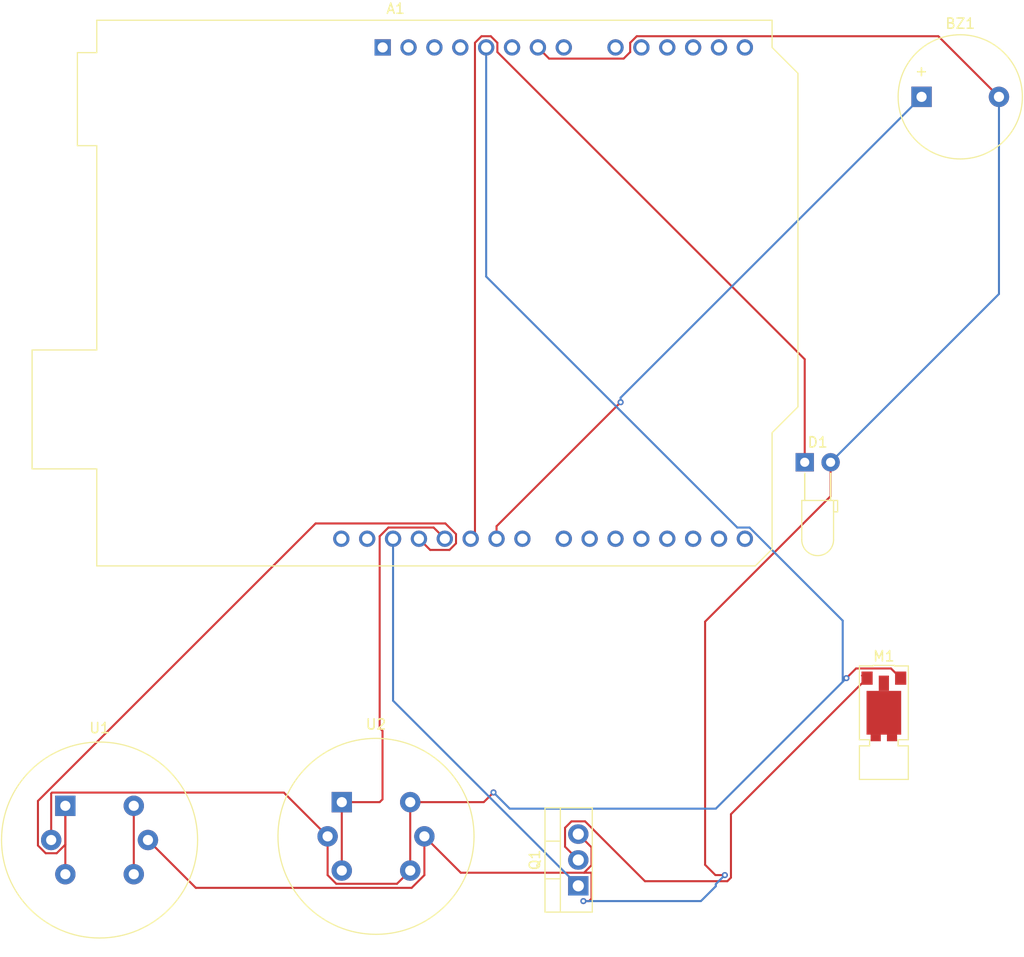
<source format=kicad_pcb>
(kicad_pcb (version 20240108) (generator "pcbnew") (generator_version "8.0")
  (layers (0 "F.Cu" signal) (31 "B.Cu" signal) (34 "B.Paste" user) (35 "F.Paste" user) (36 "B.SilkS" user "B.Silkscreen") (37 "F.SilkS" user "F.Silkscreen") (38 "B.Mask" user) (39 "F.Mask" user) (44 "Edge.Cuts" user))
  (net 0 "")
  (net 6 "Net-(A1-A1)")
  (net 9 "Net-(A1-+5V)")
  (net 11 "Net-(BZ1--)")
  (net 13 "Net-(A1-D11)")
  (net 20 "Net-(A1-D12)")
  (net 22 "Net-(A1-D10)")
  (net 26 "Net-(A1-D9)")
  (net 28 "Net-(A1-D13)")
  (net 31 "Net-(M1-+)")
  (net 32 "Net-(U1-A1)")
  (footprint "Motors:Vybronics_VZ30C1T8219732L" (layer "F.Cu") (at 166 102.95)
    (property "Reference" "M1" (at 0 -6.5 0) (layer "F.SilkS"))
    (property "Value" "Motor_DC")
    (fp_line (start -2.4 -5.55) (end -1.05 -5.55) (stroke (width 0.12)) (layer "F.SilkS"))
    (fp_line (start -2.4 -5.2) (end -2.4 -5.55) (stroke (width 0.12)) (layer "F.SilkS"))
    (fp_line (start -2.4 1.7) (end -2.4 -5.2) (stroke (width 0.12)) (layer "F.SilkS"))
    (fp_line (start -2.4 2.3) (end -1.4 2.3) (stroke (width 0.12)) (layer "F.SilkS"))
    (fp_line (start -2.4 5.6) (end -2.4 2.3) (stroke (width 0.12)) (layer "F.SilkS"))
    (fp_line (start -1.4 1.7) (end -2.4 1.7) (stroke (width 0.12)) (layer "F.SilkS"))
    (fp_line (start -1.4 2.3) (end -1.4 1.7) (stroke (width 0.12)) (layer "F.SilkS"))
    (fp_line (start -1.05 -5.6) (end 1.05 -5.6) (stroke (width 0.12)) (layer "F.SilkS"))
    (fp_line (start -1.05 -5.55) (end -1.05 -5.6) (stroke (width 0.12)) (layer "F.SilkS"))
    (fp_line (start 1.05 -5.6) (end 1.05 -5.55) (stroke (width 0.12)) (layer "F.SilkS"))
    (fp_line (start 1.05 -5.55) (end 2.4 -5.55) (stroke (width 0.12)) (layer "F.SilkS"))
    (fp_line (start 1.4 1.7) (end 1.4 2.3) (stroke (width 0.12)) (layer "F.SilkS"))
    (fp_line (start 1.4 2.3) (end 2.4 2.3) (stroke (width 0.12)) (layer "F.SilkS"))
    (fp_line (start 2.4 -5.55) (end 2.4 -5.2) (stroke (width 0.12)) (layer "F.SilkS"))
    (fp_line (start 2.4 -5.2) (end 2.4 1.7) (stroke (width 0.12)) (layer "F.SilkS"))
    (fp_line (start 2.4 1.7) (end 1.4 1.7) (stroke (width 0.12)) (layer "F.SilkS"))
    (fp_line (start 2.4 2.3) (end 2.4 5.6) (stroke (width 0.12)) (layer "F.SilkS"))
    (fp_line (start 2.4 5.6) (end -2.4 5.6) (stroke (width 0.12)) (layer "F.SilkS"))
    (pad "1" smd rect (at -1.65 -4.35 270) (size 1.3 1.1) (layers "F.Cu" "F.Paste" "F.Mask") (net 31 "Net-(M1-+)"))
    (pad "2" smd rect (at 1.65 -4.35 270) (size 1.3 1.1) (layers "F.Cu" "F.Paste" "F.Mask") (net 9 "Net-(A1-+5V)"))
    (pad "SH" smd rect (at -0.8 1.525) (size 1 0.65) (layers "F.Cu" "F.Paste" "F.Mask"))
    (pad "SH" smd rect (at 0 -3.85 270) (size 1.5 1) (layers "F.Cu" "F.Paste" "F.Mask"))
    (pad "SH" smd rect (at 0 -0.95 270) (size 4.3 3.4) (layers "F.Cu" "F.Mask"))
    (pad "SH" smd rect (at 0.8 1.525) (size 1 0.65) (layers "F.Cu" "F.Paste" "F.Mask"))
  )
  (footprint "Module:Arduino_UNO_R2" (layer "F.Cu") (at 116.795 36.645)
    (property "Reference" "A1" (at 1.27 -3.81 180) (layer "F.SilkS"))
    (property "Value" "Arduino_UNO_R2")
    (fp_line (start -34.42 29.72) (end -34.42 41.4) (stroke (width 0.12)) (layer "F.SilkS"))
    (fp_line (start -34.42 41.4) (end -28.07 41.4) (stroke (width 0.12)) (layer "F.SilkS"))
    (fp_line (start -29.97 0.51) (end -29.97 9.65) (stroke (width 0.12)) (layer "F.SilkS"))
    (fp_line (start -29.97 9.65) (end -28.07 9.65) (stroke (width 0.12)) (layer "F.SilkS"))
    (fp_line (start -28.07 -2.67) (end -28.07 0.51) (stroke (width 0.12)) (layer "F.SilkS"))
    (fp_line (start -28.07 0.51) (end -29.97 0.51) (stroke (width 0.12)) (layer "F.SilkS"))
    (fp_line (start -28.07 9.65) (end -28.07 29.72) (stroke (width 0.12)) (layer "F.SilkS"))
    (fp_line (start -28.07 29.72) (end -34.42 29.72) (stroke (width 0.12)) (layer "F.SilkS"))
    (fp_line (start -28.07 41.4) (end -28.07 50.93) (stroke (width 0.12)) (layer "F.SilkS"))
    (fp_line (start -28.07 50.93) (end 36.58 50.93) (stroke (width 0.12)) (layer "F.SilkS"))
    (fp_line (start 36.58 50.93) (end 38.23 49.28) (stroke (width 0.12)) (layer "F.SilkS"))
    (fp_line (start 38.23 -2.67) (end -28.07 -2.67) (stroke (width 0.12)) (layer "F.SilkS"))
    (fp_line (start 38.23 0) (end 38.23 -2.67) (stroke (width 0.12)) (layer "F.SilkS"))
    (fp_line (start 38.23 37.85) (end 40.77 35.31) (stroke (width 0.12)) (layer "F.SilkS"))
    (fp_line (start 38.23 49.28) (end 38.23 37.85) (stroke (width 0.12)) (layer "F.SilkS"))
    (fp_line (start 40.77 2.54) (end 38.23 0) (stroke (width 0.12)) (layer "F.SilkS"))
    (fp_line (start 40.77 35.31) (end 40.77 2.54) (stroke (width 0.12)) (layer "F.SilkS"))
    (pad "1" thru_hole rect (at 0 0 90) (size 1.6 1.6) (drill 1) (layers "*.Cu" "*.Mask"))
    (pad "2" thru_hole oval (at 2.54 0 90) (size 1.6 1.6) (drill 1) (layers "*.Cu" "*.Mask"))
    (pad "3" thru_hole oval (at 5.08 0 90) (size 1.6 1.6) (drill 1) (layers "*.Cu" "*.Mask"))
    (pad "4" thru_hole oval (at 7.62 0 90) (size 1.6 1.6) (drill 1) (layers "*.Cu" "*.Mask"))
    (pad "5" thru_hole oval (at 10.16 0 90) (size 1.6 1.6) (drill 1) (layers "*.Cu" "*.Mask") (net 9 "Net-(A1-+5V)"))
    (pad "6" thru_hole oval (at 12.7 0 90) (size 1.6 1.6) (drill 1) (layers "*.Cu" "*.Mask"))
    (pad "7" thru_hole oval (at 15.24 0 90) (size 1.6 1.6) (drill 1) (layers "*.Cu" "*.Mask") (net 11 "Net-(BZ1--)"))
    (pad "8" thru_hole oval (at 17.78 0 90) (size 1.6 1.6) (drill 1) (layers "*.Cu" "*.Mask"))
    (pad "9" thru_hole oval (at 22.86 0 90) (size 1.6 1.6) (drill 1) (layers "*.Cu" "*.Mask"))
    (pad "10" thru_hole oval (at 25.4 0 90) (size 1.6 1.6) (drill 1) (layers "*.Cu" "*.Mask") (net 6 "Net-(A1-A1)"))
    (pad "11" thru_hole oval (at 27.94 0 90) (size 1.6 1.6) (drill 1) (layers "*.Cu" "*.Mask"))
    (pad "12" thru_hole oval (at 30.48 0 90) (size 1.6 1.6) (drill 1) (layers "*.Cu" "*.Mask"))
    (pad "13" thru_hole oval (at 33.02 0 90) (size 1.6 1.6) (drill 1) (layers "*.Cu" "*.Mask"))
    (pad "14" thru_hole oval (at 35.56 0 90) (size 1.6 1.6) (drill 1) (layers "*.Cu" "*.Mask"))
    (pad "15" thru_hole oval (at 35.56 48.26 90) (size 1.6 1.6) (drill 1) (layers "*.Cu" "*.Mask"))
    (pad "16" thru_hole oval (at 33.02 48.26 90) (size 1.6 1.6) (drill 1) (layers "*.Cu" "*.Mask"))
    (pad "17" thru_hole oval (at 30.48 48.26 90) (size 1.6 1.6) (drill 1) (layers "*.Cu" "*.Mask"))
    (pad "18" thru_hole oval (at 27.94 48.26 90) (size 1.6 1.6) (drill 1) (layers "*.Cu" "*.Mask"))
    (pad "19" thru_hole oval (at 25.4 48.26 90) (size 1.6 1.6) (drill 1) (layers "*.Cu" "*.Mask"))
    (pad "20" thru_hole oval (at 22.86 48.26 90) (size 1.6 1.6) (drill 1) (layers "*.Cu" "*.Mask"))
    (pad "21" thru_hole oval (at 20.32 48.26 90) (size 1.6 1.6) (drill 1) (layers "*.Cu" "*.Mask"))
    (pad "22" thru_hole oval (at 17.78 48.26 90) (size 1.6 1.6) (drill 1) (layers "*.Cu" "*.Mask"))
    (pad "23" thru_hole oval (at 13.72 48.26 90) (size 1.6 1.6) (drill 1) (layers "*.Cu" "*.Mask"))
    (pad "24" thru_hole oval (at 11.18 48.26 90) (size 1.6 1.6) (drill 1) (layers "*.Cu" "*.Mask") (net 26 "Net-(A1-D9)"))
    (pad "25" thru_hole oval (at 8.64 48.26 90) (size 1.6 1.6) (drill 1) (layers "*.Cu" "*.Mask") (net 22 "Net-(A1-D10)"))
    (pad "26" thru_hole oval (at 6.1 48.26 90) (size 1.6 1.6) (drill 1) (layers "*.Cu" "*.Mask") (net 13 "Net-(A1-D11)"))
    (pad "27" thru_hole oval (at 3.56 48.26 90) (size 1.6 1.6) (drill 1) (layers "*.Cu" "*.Mask") (net 20 "Net-(A1-D12)"))
    (pad "28" thru_hole oval (at 1.02 48.26 90) (size 1.6 1.6) (drill 1) (layers "*.Cu" "*.Mask") (net 28 "Net-(A1-D13)"))
    (pad "29" thru_hole oval (at -1.52 48.26 90) (size 1.6 1.6) (drill 1) (layers "*.Cu" "*.Mask"))
    (pad "30" thru_hole oval (at -4.06 48.26 90) (size 1.6 1.6) (drill 1) (layers "*.Cu" "*.Mask"))
  )
  (footprint "Buzzer_Beeper:Buzzer_12x9.5RM7.6" (layer "F.Cu") (at 169.7 41.5)
    (property "Reference" "BZ1" (at 3.8 -7.2 0) (layer "F.SilkS"))
    (property "Value" "Buzzer")
    (fp_circle (center 3.8 0) (end 9.9 0) (stroke (width 0.12)) (fill none) (layer "F.SilkS"))
    (fp_text user "+" (at -0.01 -2.54 0) (layer "F.SilkS"))
    (pad "1" thru_hole rect (at 0 0) (size 2 2) (drill 1) (layers "*.Cu" "*.Mask") (net 26 "Net-(A1-D9)"))
    (pad "2" thru_hole circle (at 7.6 0) (size 2 2) (drill 1) (layers "*.Cu" "*.Mask") (net 11 "Net-(BZ1--)"))
  )
  (footprint "Sensor:MQ-6" (layer "F.Cu") (at 85.64 111.14)
    (property "Reference" "U1" (at 3.36 -7.64 0) (layer "F.SilkS"))
    (property "Value" "MQ-6")
    (fp_circle (center 3.36 3.36) (end 12.985 3.36) (stroke (width 0.12)) (fill none) (layer "F.SilkS"))
    (pad "1" thru_hole rect (at 0 0) (size 2 2) (drill 1) (layers "*.Cu" "*.Mask") (net 20 "Net-(A1-D12)"))
    (pad "2" thru_hole circle (at -1.39 3.36) (size 2 2) (drill 1) (layers "*.Cu" "*.Mask") (net 9 "Net-(A1-+5V)"))
    (pad "3" thru_hole circle (at 0 6.72 90) (size 2 2) (drill 1) (layers "*.Cu" "*.Mask") (net 20 "Net-(A1-D12)"))
    (pad "4" thru_hole circle (at 6.72 6.72 180) (size 2 2) (drill 1) (layers "*.Cu" "*.Mask") (net 32 "Net-(U1-A1)"))
    (pad "5" thru_hole circle (at 8.11 3.36) (size 2 2) (drill 1) (layers "*.Cu" "*.Mask") (net 11 "Net-(BZ1--)"))
    (pad "6" thru_hole circle (at 6.72 0 270) (size 2 2) (drill 1) (layers "*.Cu" "*.Mask") (net 32 "Net-(U1-A1)"))
  )
  (footprint "Sensor:MQ-6" (layer "F.Cu") (at 112.78 110.78)
    (property "Reference" "U2" (at 3.36 -7.64 0) (layer "F.SilkS"))
    (property "Value" "MQ-6")
    (fp_circle (center 3.36 3.36) (end 12.985 3.36) (stroke (width 0.12)) (fill none) (layer "F.SilkS"))
    (pad "1" thru_hole rect (at 0 0) (size 2 2) (drill 1) (layers "*.Cu" "*.Mask") (net 13 "Net-(A1-D11)"))
    (pad "2" thru_hole circle (at -1.39 3.36) (size 2 2) (drill 1) (layers "*.Cu" "*.Mask") (net 9 "Net-(A1-+5V)"))
    (pad "3" thru_hole circle (at 0 6.72 90) (size 2 2) (drill 1) (layers "*.Cu" "*.Mask") (net 13 "Net-(A1-D11)"))
    (pad "4" thru_hole circle (at 6.72 6.72 180) (size 2 2) (drill 1) (layers "*.Cu" "*.Mask") (net 9 "Net-(A1-+5V)"))
    (pad "5" thru_hole circle (at 8.11 3.36) (size 2 2) (drill 1) (layers "*.Cu" "*.Mask") (net 11 "Net-(BZ1--)"))
    (pad "6" thru_hole circle (at 6.72 0 270) (size 2 2) (drill 1) (layers "*.Cu" "*.Mask") (net 9 "Net-(A1-+5V)"))
  )
  (footprint "Package_TO_SOT_THT:TO-220-3_Vertical" (layer "F.Cu") (at 136 119 90)
    (property "Reference" "Q1" (at 2.54 -4.27 90) (layer "F.SilkS"))
    (property "Value" "IRLZ34N")
    (fp_line (start 7.66 -3.27) (end 7.66 1.371) (stroke (width 0.12)) (layer "F.SilkS"))
    (fp_line (start 4.391 -3.27) (end 4.391 -1.76) (stroke (width 0.12)) (layer "F.SilkS"))
    (fp_line (start 0.69 -3.27) (end 0.69 -1.76) (stroke (width 0.12)) (layer "F.SilkS"))
    (fp_line (start -2.58 -3.27) (end 7.66 -3.27) (stroke (width 0.12)) (layer "F.SilkS"))
    (fp_line (start -2.58 -3.27) (end -2.58 1.371) (stroke (width 0.12)) (layer "F.SilkS"))
    (fp_line (start -2.58 -1.76) (end 7.66 -1.76) (stroke (width 0.12)) (layer "F.SilkS"))
    (fp_line (start -2.58 1.371) (end 7.66 1.371) (stroke (width 0.12)) (layer "F.SilkS"))
    (pad "1" thru_hole rect (at 0 0 90) (size 1.905 2) (drill 1.1) (layers "*.Cu" "*.Mask") (net 28 "Net-(A1-D13)"))
    (pad "2" thru_hole oval (at 2.54 0 90) (size 1.905 2) (drill 1.1) (layers "*.Cu" "*.Mask") (net 31 "Net-(M1-+)"))
    (pad "3" thru_hole oval (at 5.08 0 90) (size 1.905 2) (drill 1.1) (layers "*.Cu" "*.Mask") (net 11 "Net-(BZ1--)"))
  )
  (footprint "LED_THT:LED_D3.0mm_Horizontal_O3.81mm_Z2.0mm" (layer "F.Cu") (at 158.23 77.395)
    (property "Reference" "D1" (at 1.27 -1.96 0) (layer "F.SilkS"))
    (property "Value" "LED")
    (fp_line (start -0.29 3.75) (end -0.29 7.61) (stroke (width 0.12)) (layer "F.SilkS"))
    (fp_line (start -0.29 3.75) (end 2.83 3.75) (stroke (width 0.12)) (layer "F.SilkS"))
    (fp_line (start 0 1.08) (end 0 1.08) (stroke (width 0.12)) (layer "F.SilkS"))
    (fp_line (start 0 1.08) (end 0 3.75) (stroke (width 0.12)) (layer "F.SilkS"))
    (fp_line (start 0 3.75) (end 0 1.08) (stroke (width 0.12)) (layer "F.SilkS"))
    (fp_line (start 0 3.75) (end 0 3.75) (stroke (width 0.12)) (layer "F.SilkS"))
    (fp_line (start 2.54 1.08) (end 2.54 1.08) (stroke (width 0.12)) (layer "F.SilkS"))
    (fp_line (start 2.54 1.08) (end 2.54 3.75) (stroke (width 0.12)) (layer "F.SilkS"))
    (fp_line (start 2.54 3.75) (end 2.54 1.08) (stroke (width 0.12)) (layer "F.SilkS"))
    (fp_line (start 2.54 3.75) (end 2.54 3.75) (stroke (width 0.12)) (layer "F.SilkS"))
    (fp_line (start 2.83 3.75) (end 2.83 7.61) (stroke (width 0.12)) (layer "F.SilkS"))
    (fp_line (start 2.83 3.75) (end 3.23 3.75) (stroke (width 0.12)) (layer "F.SilkS"))
    (fp_line (start 2.83 4.87) (end 2.83 3.75) (stroke (width 0.12)) (layer "F.SilkS"))
    (fp_line (start 3.23 3.75) (end 3.23 4.87) (stroke (width 0.12)) (layer "F.SilkS"))
    (fp_line (start 3.23 4.87) (end 2.83 4.87) (stroke (width 0.12)) (layer "F.SilkS"))
    (fp_arc (start 2.83 7.61) (mid 1.27 9.17) (end -0.29 7.61) (stroke (width 0.12)) (layer "F.SilkS"))
    (pad "1" thru_hole rect (at 0 0) (size 1.8 1.8) (drill 0.9) (layers "*.Cu" "*.Mask") (net 22 "Net-(A1-D10)"))
    (pad "2" thru_hole circle (at 2.54 0) (size 1.8 1.8) (drill 0.9) (layers "*.Cu" "*.Mask") (net 11 "Net-(BZ1--)"))
  )
  (segment (start 112.241522 118.8) (end 118.2 118.8) (width 0.2) (layer "F.Cu") (net 9))
  (segment (start 127.674265 109.825735) (end 126.72 110.78) (width 0.2) (layer "F.Cu") (net 9))
  (segment (start 163.27 97.65) (end 162.32 98.6) (width 0.2) (layer "F.Cu") (net 9))
  (segment (start 167.65 98.6) (end 166.7 97.65) (width 0.2) (layer "F.Cu") (net 9))
  (segment (start 111.39 117.948478) (end 112.241522 118.8) (width 0.2) (layer "F.Cu") (net 9))
  (segment (start 84.25 109.93) (end 84.34 109.84) (width 0.2) (layer "F.Cu") (net 9))
  (segment (start 118.2 118.8) (end 119.5 117.5) (width 0.2) (layer "F.Cu") (net 9))
  (segment (start 84.34 109.84) (end 107.09 109.84) (width 0.2) (layer "F.Cu") (net 9))
  (segment (start 119.5 117.5) (end 119.5 110.78) (width 0.2) (layer "F.Cu") (net 9))
  (segment (start 126.72 110.78) (end 119.5 110.78) (width 0.2) (layer "F.Cu") (net 9))
  (segment (start 107.09 109.84) (end 111.39 114.14) (width 0.2) (layer "F.Cu") (net 9))
  (segment (start 166.7 97.65) (end 163.27 97.65) (width 0.2) (layer "F.Cu") (net 9))
  (segment (start 84.25 114.5) (end 84.25 109.93) (width 0.2) (layer "F.Cu") (net 9))
  (segment (start 111.39 114.14) (end 111.39 117.948478) (width 0.2) (layer "F.Cu") (net 9))
  (via (at 127.674265 109.825735) (size 0.6) (drill 0.3) (layers "F.Cu" "B.Cu") (net 9))
  (via (at 162.32 98.6) (size 0.6) (drill 0.3) (layers "F.Cu" "B.Cu") (net 9))
  (segment (start 161.96 92.954365) (end 161.96 98.96) (width 0.2) (layer "B.Cu") (net 9))
  (segment (start 126.955 36.645) (end 126.955 59.148529) (width 0.2) (layer "B.Cu") (net 9))
  (segment (start 126.955 59.148529) (end 151.611471 83.805) (width 0.2) (layer "B.Cu") (net 9))
  (segment (start 152.810635 83.805) (end 161.96 92.954365) (width 0.2) (layer "B.Cu") (net 9))
  (segment (start 129.26853 111.42) (end 127.674265 109.825735) (width 0.2) (layer "B.Cu") (net 9))
  (segment (start 149.5 111.42) (end 162.32 98.6) (width 0.2) (layer "B.Cu") (net 9))
  (segment (start 149.5 111.42) (end 129.26853 111.42) (width 0.2) (layer "B.Cu") (net 9))
  (segment (start 151.611471 83.805) (end 152.810635 83.805) (width 0.2) (layer "B.Cu") (net 9))
  (segment (start 124.4625 117.7125) (end 120.89 114.14) (width 0.2) (layer "F.Cu") (net 11))
  (segment (start 140.450635 37.745) (end 133.135 37.745) (width 0.2) (layer "F.Cu") (net 11))
  (segment (start 119.638478 119.2) (end 98.45 119.2) (width 0.2) (layer "F.Cu") (net 11))
  (segment (start 120.89 117.948478) (end 119.638478 119.2) (width 0.2) (layer "F.Cu") (net 11))
  (segment (start 160.77 77.395) (end 160.77 80.73) (width 0.2) (layer "F.Cu") (net 11))
  (segment (start 150.387218 117.946237) (end 149.461312 117.946237) (width 0.2) (layer "F.Cu") (net 11))
  (segment (start 137.0525 120.5) (end 137.3 120.2525) (width 0.2) (layer "F.Cu") (net 11))
  (segment (start 136.566302 117.7125) (end 124.4625 117.7125) (width 0.2) (layer "F.Cu") (net 11))
  (segment (start 133.135 37.745) (end 132.035 36.645) (width 0.2) (layer "F.Cu") (net 11))
  (segment (start 136 113.92) (end 137.3 115.22) (width 0.2) (layer "F.Cu") (net 11))
  (segment (start 148.45 93.05) (end 160.77 80.73) (width 0.2) (layer "F.Cu") (net 11))
  (segment (start 141.095 37.100635) (end 140.450635 37.745) (width 0.2) (layer "F.Cu") (net 11))
  (segment (start 136.5 120.5) (end 137.0525 120.5) (width 0.2) (layer "F.Cu") (net 11))
  (segment (start 137.3 116.978802) (end 136.566302 117.7125) (width 0.2) (layer "F.Cu") (net 11))
  (segment (start 120.89 114.14) (end 120.89 117.948478) (width 0.2) (layer "F.Cu") (net 11))
  (segment (start 137.3 117.7475) (end 137.265 117.7125) (width 0.2) (layer "F.Cu") (net 11))
  (segment (start 98.45 119.2) (end 93.75 114.5) (width 0.2) (layer "F.Cu") (net 11))
  (segment (start 137.3 115.22) (end 137.3 116.978802) (width 0.2) (layer "F.Cu") (net 11))
  (segment (start 177.3 41.5) (end 171.345 35.545) (width 0.2) (layer "F.Cu") (net 11))
  (segment (start 148.45 116.934925) (end 148.45 93.05) (width 0.2) (layer "F.Cu") (net 11))
  (segment (start 137.265 117.7125) (end 136.566302 117.7125) (width 0.2) (layer "F.Cu") (net 11))
  (segment (start 137.3 120.2525) (end 137.3 117.7475) (width 0.2) (layer "F.Cu") (net 11))
  (segment (start 171.345 35.545) (end 141.739365 35.545) (width 0.2) (layer "F.Cu") (net 11))
  (segment (start 149.461312 117.946237) (end 148.45 116.934925) (width 0.2) (layer "F.Cu") (net 11))
  (segment (start 141.739365 35.545) (end 141.095 36.189365) (width 0.2) (layer "F.Cu") (net 11))
  (segment (start 141.095 36.189365) (end 141.095 37.100635) (width 0.2) (layer "F.Cu") (net 11))
  (via (at 136.5 120.5) (size 0.6) (drill 0.3) (layers "F.Cu" "B.Cu") (net 11))
  (via (at 150.387218 117.946237) (size 0.6) (drill 0.3) (layers "F.Cu" "B.Cu") (net 11))
  (segment (start 149.5 119.04) (end 149.5 118.833455) (width 0.2) (layer "B.Cu") (net 11))
  (segment (start 148.04 120.5) (end 136.5 120.5) (width 0.2) (layer "B.Cu") (net 11))
  (segment (start 177.3 60.865) (end 160.77 77.395) (width 0.2) (layer "B.Cu") (net 11))
  (segment (start 149.5 119.04) (end 148.04 120.5) (width 0.2) (layer "B.Cu") (net 11))
  (segment (start 149.5 118.833455) (end 150.387218 117.946237) (width 0.2) (layer "B.Cu") (net 11))
  (segment (start 177.3 41.5) (end 177.3 60.865) (width 0.2) (layer "B.Cu") (net 11))
  (segment (start 121.795 83.805) (end 117.359365 83.805) (width 0.2) (layer "F.Cu") (net 13))
  (segment (start 116.5 103.5) (end 116.78 103.78) (width 0.2) (layer "F.Cu") (net 13))
  (segment (start 116.5 84.664365) (end 116.5 103.5) (width 0.2) (layer "F.Cu") (net 13))
  (segment (start 116.78 103.78) (end 116.78 110.5) (width 0.2) (layer "F.Cu") (net 13))
  (segment (start 112.78 110.78) (end 116.5 110.78) (width 0.2) (layer "F.Cu") (net 13))
  (segment (start 116.5 110.78) (end 116.78 110.5) (width 0.2) (layer "F.Cu") (net 13))
  (segment (start 117.359365 83.805) (end 116.5 84.664365) (width 0.2) (layer "F.Cu") (net 13))
  (segment (start 112.78 110.78) (end 112.78 117.5) (width 0.2) (layer "F.Cu") (net 13))
  (segment (start 122.895 84.905) (end 121.795 83.805) (width 0.2) (layer "F.Cu") (net 13))
  (segment (start 83.711522 115.8) (end 82.95 115.038478) (width 0.2) (layer "F.Cu") (net 20))
  (segment (start 123.995 84.449365) (end 123.995 85.360635) (width 0.2) (layer "F.Cu") (net 20))
  (segment (start 123.350635 86.005) (end 121.455 86.005) (width 0.2) (layer "F.Cu") (net 20))
  (segment (start 82.95 110.664315) (end 110.209315 83.405) (width 0.2) (layer "F.Cu") (net 20))
  (segment (start 85.64 111.14) (end 85.64 114.948478) (width 0.2) (layer "F.Cu") (net 20))
  (segment (start 121.455 86.005) (end 120.355 84.905) (width 0.2) (layer "F.Cu") (net 20))
  (segment (start 110.209315 83.405) (end 122.950635 83.405) (width 0.2) (layer "F.Cu") (net 20))
  (segment (start 123.995 85.360635) (end 123.350635 86.005) (width 0.2) (layer "F.Cu") (net 20))
  (segment (start 82.95 115.038478) (end 82.95 110.664315) (width 0.2) (layer "F.Cu") (net 20))
  (segment (start 85.64 111.14) (end 85.64 117.86) (width 0.2) (layer "F.Cu") (net 20))
  (segment (start 122.950635 83.405) (end 123.995 84.449365) (width 0.2) (layer "F.Cu") (net 20))
  (segment (start 84.788478 115.8) (end 83.711522 115.8) (width 0.2) (layer "F.Cu") (net 20))
  (segment (start 85.64 114.948478) (end 84.788478 115.8) (width 0.2) (layer "F.Cu") (net 20))
  (segment (start 125.855 85.325) (end 125.855 36.189365) (width 0.2) (layer "F.Cu") (net 22))
  (segment (start 126.499365 35.545) (end 127.410635 35.545) (width 0.2) (layer "F.Cu") (net 22))
  (segment (start 125.855 36.189365) (end 126.499365 35.545) (width 0.2) (layer "F.Cu") (net 22))
  (segment (start 128.055 36.189365) (end 128.055 37.100635) (width 0.2) (layer "F.Cu") (net 22))
  (segment (start 127.410635 35.545) (end 128.055 36.189365) (width 0.2) (layer "F.Cu") (net 22))
  (segment (start 125.435 84.905) (end 125.855 85.325) (width 0.2) (layer "F.Cu") (net 22))
  (segment (start 158.23 67.275635) (end 158.23 77.395) (width 0.2) (layer "F.Cu") (net 22))
  (segment (start 128.055 37.100635) (end 158.23 67.275635) (width 0.2) (layer "F.Cu") (net 22))
  (segment (start 127.975 84.905) (end 127.975 83.68) (width 0.2) (layer "F.Cu") (net 26))
  (segment (start 127.975 83.68) (end 140.155 71.5) (width 0.2) (layer "F.Cu") (net 26))
  (via (at 140.155 71.5) (size 0.6) (drill 0.3) (layers "F.Cu" "B.Cu") (net 26))
  (segment (start 140.155 71.045) (end 169.7 41.5) (width 0.2) (layer "B.Cu") (net 26))
  (segment (start 140.155 71.5) (end 140.155 71.045) (width 0.2) (layer "B.Cu") (net 26))
  (segment (start 117.815 84.905) (end 117.815 100.815) (width 0.2) (layer "B.Cu") (net 28))
  (segment (start 117.815 100.815) (end 136 119) (width 0.2) (layer "B.Cu") (net 28))
  (segment (start 142.546237 118.546237) (end 136.6675 112.6675) (width 0.2) (layer "F.Cu") (net 31))
  (segment (start 150.987218 111.962782) (end 150.987218 118.194766) (width 0.2) (layer "F.Cu") (net 31))
  (segment (start 134.7 115.16) (end 136 116.46) (width 0.2) (layer "F.Cu") (net 31))
  (segment (start 134.7 113.3) (end 134.7 115.16) (width 0.2) (layer "F.Cu") (net 31))
  (segment (start 136.6675 112.6675) (end 135.3325 112.6675) (width 0.2) (layer "F.Cu") (net 31))
  (segment (start 150.987218 118.194766) (end 150.635747 118.546237) (width 0.2) (layer "F.Cu") (net 31))
  (segment (start 164.1 98.6) (end 163.85 98.35) (width 0.2) (layer "F.Cu") (net 31))
  (segment (start 164.35 98.6) (end 150.987218 111.962782) (width 0.2) (layer "F.Cu") (net 31))
  (segment (start 150.635747 118.546237) (end 142.546237 118.546237) (width 0.2) (layer "F.Cu") (net 31))
  (segment (start 135.3325 112.6675) (end 134.7 113.3) (width 0.2) (layer "F.Cu") (net 31))
  (segment (start 164.35 98.6) (end 164.1 98.6) (width 0.2) (layer "F.Cu") (net 31))
  (segment (start 92.36 111.14) (end 92.36 117.86) (width 0.2) (layer "F.Cu") (net 32))
)
</source>
